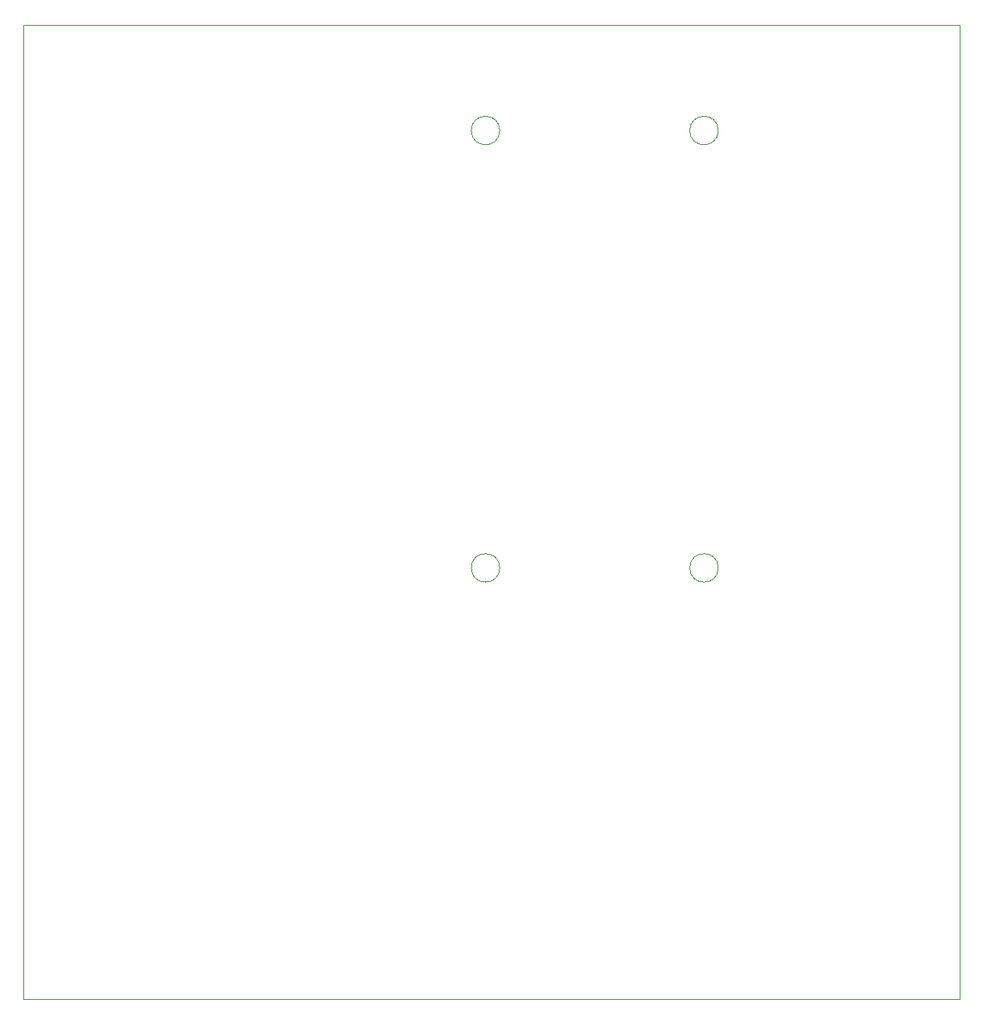
<source format=gbr>
%TF.GenerationSoftware,KiCad,Pcbnew,9.0.1*%
%TF.CreationDate,2025-05-14T15:59:24+08:00*%
%TF.ProjectId,emgPCB,656d6750-4342-42e6-9b69-6361645f7063,rev?*%
%TF.SameCoordinates,Original*%
%TF.FileFunction,Profile,NP*%
%FSLAX46Y46*%
G04 Gerber Fmt 4.6, Leading zero omitted, Abs format (unit mm)*
G04 Created by KiCad (PCBNEW 9.0.1) date 2025-05-14 15:59:24*
%MOMM*%
%LPD*%
G01*
G04 APERTURE LIST*
%TA.AperFunction,Profile*%
%ADD10C,0.050000*%
%TD*%
%TA.AperFunction,Profile*%
%ADD11C,0.100000*%
%TD*%
G04 APERTURE END LIST*
D10*
X98000000Y-46500000D02*
X196500000Y-46500000D01*
X196500000Y-149000000D01*
X98000000Y-149000000D01*
X98000000Y-46500000D01*
D11*
%TO.C,U1*%
X148110000Y-103620187D02*
G75*
G02*
X145110000Y-103620187I-1500000J0D01*
G01*
X145110000Y-103620187D02*
G75*
G02*
X148110000Y-103620187I1500000J0D01*
G01*
X171110000Y-103620187D02*
G75*
G02*
X168110000Y-103620187I-1500000J0D01*
G01*
X168110000Y-103620187D02*
G75*
G02*
X171110000Y-103620187I1500000J0D01*
G01*
X148110000Y-57620187D02*
G75*
G02*
X145110000Y-57620187I-1500000J0D01*
G01*
X145110000Y-57620187D02*
G75*
G02*
X148110000Y-57620187I1500000J0D01*
G01*
X171110000Y-57620187D02*
G75*
G02*
X168110000Y-57620187I-1500000J0D01*
G01*
X168110000Y-57620187D02*
G75*
G02*
X171110000Y-57620187I1500000J0D01*
G01*
%TD*%
M02*

</source>
